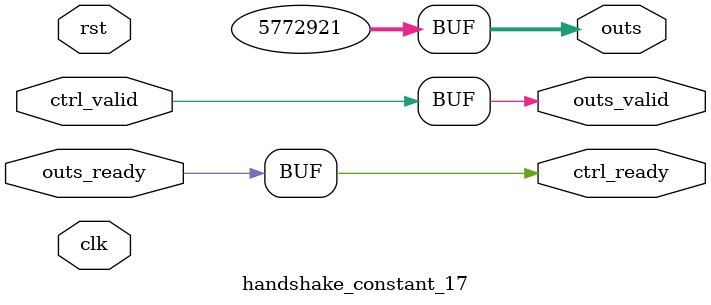
<source format=v>
`timescale 1ns / 1ps
module handshake_constant_17 #(
  parameter DATA_WIDTH = 32  // Default set to 32 bits
) (
  input                       clk,
  input                       rst,
  // Input Channel
  input                       ctrl_valid,
  output                      ctrl_ready,
  // Output Channel
  output [DATA_WIDTH - 1 : 0] outs,
  output                      outs_valid,
  input                       outs_ready
);
  assign outs       = 24'b010110000001011001111001;
  assign outs_valid = ctrl_valid;
  assign ctrl_ready = outs_ready;

endmodule

</source>
